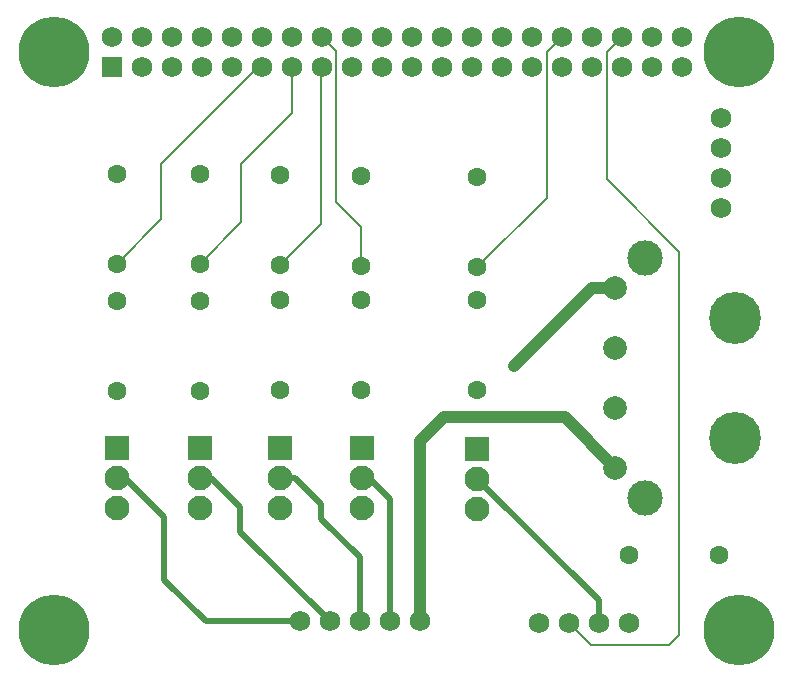
<source format=gbl>
%FSLAX33Y33*%
%MOMM*%
%AMRect-W1750000-H1750000-RO1.500*
21,1,1.75,1.75,0.,0.,90*%
%ADD10C,0.2032*%
%ADD11C,0.508*%
%ADD12C,1.016*%
%ADD13C,6.*%
%ADD14C,1.0668*%
%ADD15R,2.1X2.1*%
%ADD16C,2.1*%
%ADD17C,1.6*%
%ADD18C,1.75*%
%ADD19Rect-W1750000-H1750000-RO1.500*%
%ADD20C,1.6*%
%ADD21C,1.75*%
%ADD22C,4.4*%
%ADD23C,2.*%
%ADD24C,3.*%
%ADD25C,1.6*%
%ADD26C,1.75*%
D10*
%LNbottom copper_traces*%
G01*
X19325Y38065D02*
X19325Y43000D01*
X29425Y34365D02*
X29425Y37675D01*
D11*
X16300Y4250D02*
X24295Y4250D01*
D12*
X51000Y17225D02*
X46700Y21525D01*
D10*
X27350Y39750D02*
X27350Y52570D01*
X48930Y2250D02*
X47055Y4125D01*
D12*
X42380Y25875D02*
X49000Y32495D01*
D10*
X8775Y34540D02*
X12525Y38290D01*
X27350Y52570D02*
X26150Y53770D01*
D11*
X31915Y4250D02*
X31915Y14635D01*
X26100Y12965D02*
X26100Y14200D01*
D10*
X55575Y2250D02*
X48930Y2250D01*
X27350Y39750D02*
X29425Y37675D01*
D11*
X49595Y6080D02*
X49595Y4125D01*
D12*
X49000Y32495D02*
X51000Y32495D01*
D10*
X26075Y37890D02*
X26075Y51155D01*
D11*
X31915Y14635D02*
X30050Y16500D01*
X29375Y4250D02*
X29375Y9690D01*
X12750Y7800D02*
X12750Y13075D01*
D10*
X12525Y43000D02*
X20755Y51230D01*
X50275Y41675D02*
X56425Y35525D01*
X45200Y40140D02*
X45200Y52500D01*
X20755Y51230D02*
X21070Y51230D01*
D11*
X12750Y13075D02*
X9550Y16275D01*
D10*
X19325Y43000D02*
X23610Y47285D01*
D11*
X26835Y4250D02*
X19225Y11860D01*
D12*
X36475Y21525D02*
X46700Y21525D01*
D10*
X15800Y34540D02*
X19325Y38065D01*
X50275Y41675D02*
X50275Y52495D01*
D11*
X16300Y4250D02*
X12750Y7800D01*
D10*
X56425Y3100D02*
X55575Y2250D01*
D12*
X34475Y19525D02*
X34475Y4270D01*
D11*
X26100Y14200D02*
X23900Y16400D01*
X23050Y16400*
D10*
X12525Y38290D02*
X12525Y43000D01*
D11*
X19225Y13975D02*
X16800Y16400D01*
X19225Y11860D02*
X19225Y13975D01*
D10*
X23610Y47285D02*
X23610Y51230D01*
X51550Y53770D02*
X50275Y52495D01*
X56425Y35525D02*
X56425Y3100D01*
D11*
X16800Y16400D02*
X15475Y16400D01*
D12*
X36475Y21525D02*
X34475Y19525D01*
D10*
X22625Y34440D02*
X26075Y37890D01*
X39325Y34265D02*
X45200Y40140D01*
D11*
X29375Y9690D02*
X26100Y12965D01*
X39325Y16350D02*
X49595Y6080D01*
D10*
X45200Y52500D02*
X46470Y53770D01*
D13*
X3500Y52500D03*
X3500Y3500D03*
X61500Y3500D03*
X61500Y52500D03*
D14*
X42380Y25875D03*
%LNbottom copper component f6b11292b8daae35*%
D15*
X22625Y18940D03*
D16*
X22625Y16400D03*
X22625Y13860D03*
%LNbottom copper component 687da8b0145f7069*%
D17*
X8775Y34540D03*
X8775Y42160D03*
%LNbottom copper component 185414f6375d1064*%
D18*
X33770Y53770D03*
X28690Y51230D03*
X51550Y51230D03*
X54090Y53770D03*
X31230Y51230D03*
X23610Y51230D03*
X54090Y51230D03*
X43930Y53770D03*
X49010Y53770D03*
X38850Y53770D03*
X38850Y51230D03*
X41390Y53770D03*
X18530Y51230D03*
X56630Y51230D03*
X15990Y53770D03*
X33770Y51230D03*
X21070Y53770D03*
X43930Y51230D03*
X41390Y51230D03*
X13450Y51230D03*
X10910Y51230D03*
X51550Y53770D03*
X36310Y51230D03*
X28690Y53770D03*
X26150Y51230D03*
X46470Y51230D03*
X13450Y53770D03*
X15990Y51230D03*
X23610Y53770D03*
X36310Y53770D03*
X21070Y51230D03*
X31230Y53770D03*
X10910Y53770D03*
X26150Y53770D03*
X18530Y53770D03*
X46470Y53770D03*
X49010Y51230D03*
X8370Y53770D03*
X56630Y53770D03*
D19*
X8370Y51230D03*
%LNbottom copper component 8802cf38c753d2b4*%
D17*
X15800Y34540D03*
X15800Y42160D03*
%LNbottom copper component ba5debff902abb83*%
X39325Y34265D03*
X39325Y41885D03*
%LNbottom copper component 55fdcf3c5e6549ef*%
X22625Y34440D03*
X22625Y42060D03*
%LNbottom copper component 110889d4a757a866*%
D20*
X39325Y31435D03*
X39325Y23815D03*
%LNbottom copper component ff2fcf3b1a510dc9*%
X29425Y31435D03*
X29425Y23815D03*
%LNbottom copper component 0a6b8b40ce2b8e93*%
X22625Y31435D03*
X22625Y23815D03*
%LNbottom copper component 04810c5c597c12be*%
D21*
X52135Y4125D03*
X49595Y4125D03*
X47055Y4125D03*
X44515Y4125D03*
%LNbottom copper component 6c258254c5770ca7*%
D15*
X39325Y18890D03*
D16*
X39325Y16350D03*
X39325Y13810D03*
%LNbottom copper component 8c437a439b2244d4*%
D20*
X15800Y31410D03*
X15800Y23790D03*
%LNbottom copper component 0fc5d429d87802fd*%
D22*
X61160Y29955D03*
X61160Y19795D03*
D23*
X51000Y32495D03*
X51000Y17255D03*
X51000Y27415D03*
X51000Y22335D03*
D24*
X53540Y14715D03*
X53540Y35035D03*
%LNbottom copper component 312cdacbf92fd603*%
D15*
X8775Y18940D03*
D16*
X8775Y16400D03*
X8775Y13860D03*
%LNbottom copper component c3cab1f166f104d1*%
D21*
X34455Y4250D03*
X31915Y4250D03*
X29375Y4250D03*
X26835Y4250D03*
X24295Y4250D03*
%LNbottom copper component b923ac39a7958762*%
D25*
X52190Y9875D03*
X59810Y9875D03*
%LNbottom copper component 8617819b20f8b299*%
D20*
X8775Y31410D03*
X8775Y23790D03*
%LNbottom copper component 0fc97c50a163778b*%
D15*
X15800Y18940D03*
D16*
X15800Y16400D03*
X15800Y13860D03*
%LNbottom copper component e82071b529bd6739*%
D26*
X59975Y46860D03*
X59975Y44320D03*
X59975Y41780D03*
X59975Y39240D03*
%LNbottom copper component 946008f2f507596d*%
D17*
X29425Y34365D03*
X29425Y41985D03*
%LNbottom copper component 4347c57bd1fec9ce*%
D15*
X29525Y18940D03*
D16*
X29525Y16400D03*
X29525Y13860D03*
M02*
</source>
